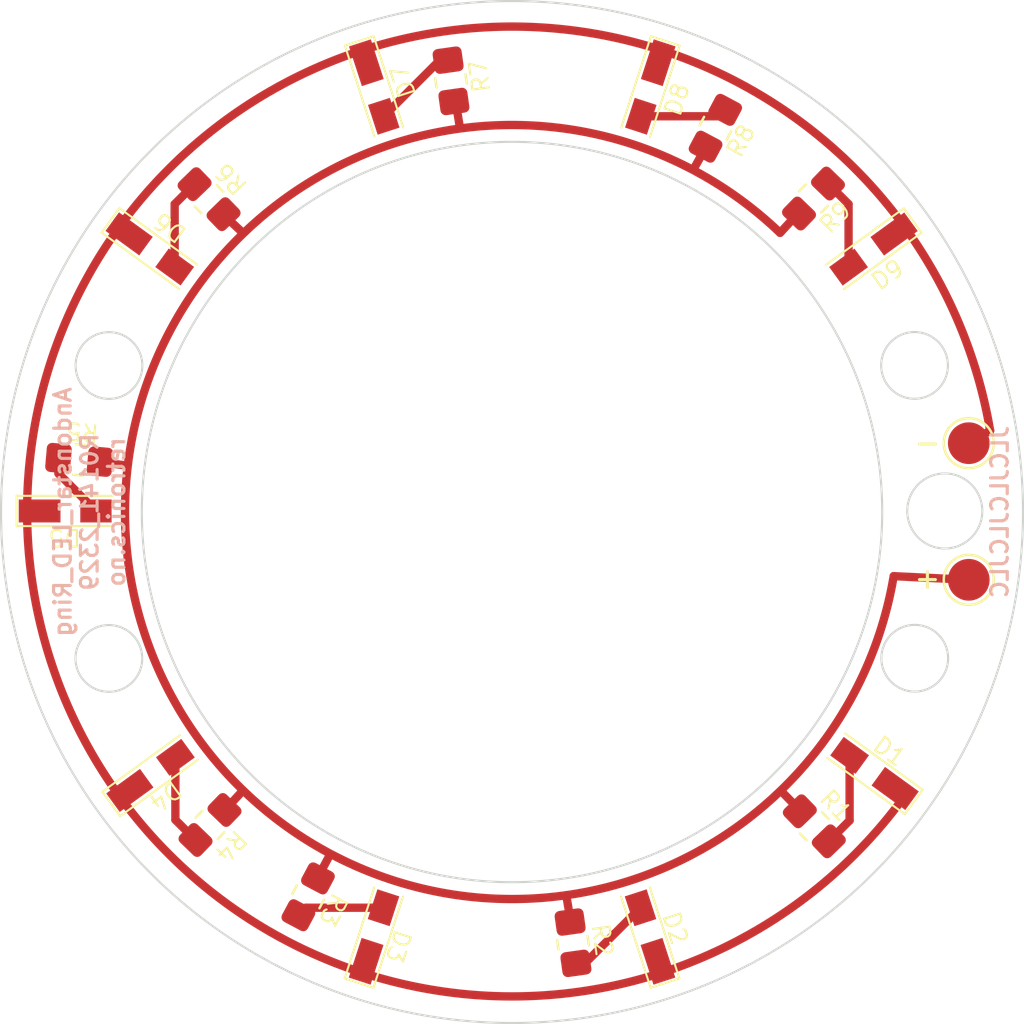
<source format=kicad_pcb>
(kicad_pcb (version 20221018) (generator pcbnew)
  (title_block (date "2023-07-15"))
  (layers (0 "F.Cu" signal) (31 "B.Cu" signal) (34 "B.Paste" user) (35 "F.Paste" user) (36 "B.SilkS" user "B.Silkscreen") (37 "F.SilkS" user "F.Silkscreen") (38 "B.Mask" user) (39 "F.Mask" user) (44 "Edge.Cuts" user))
  (net 0 "")
  (net 1 "Net-(D1-K)")
  (net 2 "Net-(D1-A)")
  (net 3 "Net-(D2-A)")
  (net 4 "Net-(D3-A)")
  (net 5 "Net-(D4-A)")
  (net 6 "Net-(D5-A)")
  (net 7 "Net-(D6-A)")
  (net 8 "Net-(D7-A)")
  (net 9 "Net-(D8-A)")
  (net 10 "Net-(D9-A)")
  (net 11 "Net-(J2-Pin_1)")
  (footprint "myDevices:GWJELMS1EMH2H6XX55165R33" (layer "F.Cu") (at 129.375 112.4 72)
    (fp_text reference "D3" (at -0.041104 1.248824 252 unlocked) (layer "F.SilkS") (effects (font (size 0.8 0.8) (thickness 0.1))))
    (fp_text value "LED" hide)
    (fp_line (start -2.3 -0.725) (end -2.3 0.725) (stroke (width 0.1)) (layer "F.SilkS"))
    (fp_line (start -2.3 -0.725) (end 2.3 -0.725) (stroke (width 0.1)) (layer "F.SilkS"))
    (fp_line (start 2.3 0.725) (end -2.3 0.725) (stroke (width 0.1)) (layer "F.SilkS"))
    (pad "1" smd rect (at -1.2 0 162) (size 1.1 2) (layers "F.Cu" "F.Paste" "F.Mask") (net 1 "Net-(D1-K)"))
    (pad "2" smd rect (at 1.5 0 162) (size 1.1 1.5) (layers "F.Cu" "F.Paste" "F.Mask") (net 4 "Net-(D3-A)"))
  )
  (footprint "myDevices:GWJELMS1EMH2H6XX55165R33" (layer "F.Cu") (at 153.4 104.55 144)
    (fp_text reference "D1" (at 0.065557 1.281143 144) (layer "F.SilkS") (effects (font (size 0.8 0.8) (thickness 0.1))))
    (fp_text value "LED" hide)
    (fp_line (start -2.3 -0.725) (end -2.3 0.725) (stroke (width 0.1)) (layer "F.SilkS"))
    (fp_line (start -2.3 -0.725) (end 2.3 -0.725) (stroke (width 0.1)) (layer "F.SilkS"))
    (fp_line (start 2.3 0.725) (end -2.3 0.725) (stroke (width 0.1)) (layer "F.SilkS"))
    (pad "1" smd rect (at -1.2 0 234) (size 1.1 2) (layers "F.Cu" "F.Paste" "F.Mask") (net 1 "Net-(D1-K)"))
    (pad "2" smd rect (at 1.5 0 234) (size 1.1 1.5) (layers "F.Cu" "F.Paste" "F.Mask") (net 2 "Net-(D1-A)"))
  )
  (footprint "myDevices:GWJELMS1EMH2H6XX55165R33" (layer "F.Cu") (at 118.64582 104.644658 36)
    (fp_text reference "D4" (at 0.013688 1.221715 216 unlocked) (layer "F.SilkS") (effects (font (size 0.8 0.8) (thickness 0.1))))
    (fp_text value "LED" hide)
    (fp_line (start -2.3 -0.725) (end -2.3 0.725) (stroke (width 0.1)) (layer "F.SilkS"))
    (fp_line (start -2.3 -0.725) (end 2.3 -0.725) (stroke (width 0.1)) (layer "F.SilkS"))
    (fp_line (start 2.3 0.725) (end -2.3 0.725) (stroke (width 0.1)) (layer "F.SilkS"))
    (pad "1" smd rect (at -1.2 0 126) (size 1.1 2) (layers "F.Cu" "F.Paste" "F.Mask") (net 1 "Net-(D1-K)"))
    (pad "2" smd rect (at 1.5 0 126) (size 1.1 1.5) (layers "F.Cu" "F.Paste" "F.Mask") (net 5 "Net-(D4-A)"))
  )
  (footprint "myDevices:GWJELMS1EMH2H6XX55165R33" (layer "F.Cu") (at 118.611475 79.368322 -36)
    (fp_text reference "D6" (at 0.200001 -1.4 144 unlocked) (layer "F.SilkS") (effects (font (size 0.8 0.8) (thickness 0.1))))
    (fp_text value "LED" hide)
    (fp_line (start -2.3 -0.725) (end -2.3 0.725) (stroke (width 0.1)) (layer "F.SilkS"))
    (fp_line (start -2.3 -0.725) (end 2.3 -0.725) (stroke (width 0.1)) (layer "F.SilkS"))
    (fp_line (start 2.3 0.725) (end -2.3 0.725) (stroke (width 0.1)) (layer "F.SilkS"))
    (pad "1" smd rect (at -1.2 0 54) (size 1.1 2) (layers "F.Cu" "F.Paste" "F.Mask") (net 1 "Net-(D1-K)"))
    (pad "2" smd rect (at 1.5 0 54) (size 1.1 1.5) (layers "F.Cu" "F.Paste" "F.Mask") (net 7 "Net-(D6-A)"))
  )
  (footprint "Resistor_SMD:R_0805_2012Metric_Pad1.20x1.40mm_HandSolder" (layer "F.Cu") (at 126.225 110.45 62)
    (fp_text reference "R3" (at 0.011524 1.352957 242 unlocked) (layer "F.SilkS") (effects (font (size 0.8 0.8) (thickness 0.1))))
    (fp_text value "4.7Ω")
    (fp_line (start -0.227064 -0.735) (end 0.227064 -0.735) (stroke (width 0.12)) (layer "F.SilkS"))
    (fp_line (start -0.227064 0.735) (end 0.227064 0.735) (stroke (width 0.12)) (layer "F.SilkS"))
    (pad "1" smd roundrect (at -1 0 62) (size 1.2 1.4) (layers "F.Cu" "F.Paste" "F.Mask") (roundrect_rratio 0.2083333333) (net 4 "Net-(D3-A)"))
    (pad "2" smd roundrect (at 1 0 62) (size 1.2 1.4) (layers "F.Cu" "F.Paste" "F.Mask") (roundrect_rratio 0.2083333333) (net 11 "Net-(J2-Pin_1)"))
  )
  (footprint "Resistor_SMD:R_0805_2012Metric_Pad1.20x1.40mm_HandSolder" (layer "F.Cu") (at 121.519658 107.00566 46)
    (fp_text reference "R4" (at -0.042665 1.431365 226 unlocked) (layer "F.SilkS") (effects (font (size 0.8 0.8) (thickness 0.1))))
    (fp_text value "4.7Ω")
    (fp_line (start -0.227064 -0.735) (end 0.227064 -0.735) (stroke (width 0.12)) (layer "F.SilkS"))
    (fp_line (start -0.227064 0.735) (end 0.227064 0.735) (stroke (width 0.12)) (layer "F.SilkS"))
    (pad "1" smd roundrect (at -1 0 46) (size 1.2 1.4) (layers "F.Cu" "F.Paste" "F.Mask") (roundrect_rratio 0.2083333333) (net 5 "Net-(D4-A)"))
    (pad "2" smd roundrect (at 1 0 46) (size 1.2 1.4) (layers "F.Cu" "F.Paste" "F.Mask") (roundrect_rratio 0.2083333333) (net 11 "Net-(J2-Pin_1)"))
  )
  (footprint "myDevices:GWJELMS1EMH2H6XX55165R33" (layer "F.Cu") (at 142.625 112.4 108)
    (fp_text reference "D2" (at 0.057155 1.280325 108) (layer "F.SilkS") (effects (font (size 0.8 0.8) (thickness 0.1))))
    (fp_text value "LED" hide)
    (fp_line (start -2.3 -0.725) (end -2.3 0.725) (stroke (width 0.1)) (layer "F.SilkS"))
    (fp_line (start -2.3 -0.725) (end 2.3 -0.725) (stroke (width 0.1)) (layer "F.SilkS"))
    (fp_line (start 2.3 0.725) (end -2.3 0.725) (stroke (width 0.1)) (layer "F.SilkS"))
    (pad "1" smd rect (at -1.2 0 198) (size 1.1 2) (layers "F.Cu" "F.Paste" "F.Mask") (net 1 "Net-(D1-K)"))
    (pad "2" smd rect (at 1.5 0 198) (size 1.1 1.5) (layers "F.Cu" "F.Paste" "F.Mask") (net 3 "Net-(D2-A)"))
  )
  (footprint "myDevices:GWJELMS1EMH2H6XX55165R33" (layer "F.Cu") (at 153.35 79.375 -144)
    (fp_text reference "D9" (at 0.2 -1.4 36) (layer "F.SilkS") (effects (font (size 0.8 0.8) (thickness 0.1))))
    (fp_text value "LED" hide)
    (fp_line (start -2.3 -0.725) (end -2.3 0.725) (stroke (width 0.1)) (layer "F.SilkS"))
    (fp_line (start -2.3 -0.725) (end 2.3 -0.725) (stroke (width 0.1)) (layer "F.SilkS"))
    (fp_line (start 2.3 0.725) (end -2.3 0.725) (stroke (width 0.1)) (layer "F.SilkS"))
    (pad "1" smd rect (at -1.2 0 306) (size 1.1 2) (layers "F.Cu" "F.Paste" "F.Mask") (net 1 "Net-(D1-K)"))
    (pad "2" smd rect (at 1.5 0 306) (size 1.1 1.5) (layers "F.Cu" "F.Paste" "F.Mask") (net 10 "Net-(D9-A)"))
  )
  (footprint "Resistor_SMD:R_0805_2012Metric_Pad1.20x1.40mm_HandSolder" (layer "F.Cu") (at 115.25 89.5 -5)
    (fp_text reference "R5" (at 0.0256 -1.357396 175 unlocked) (layer "F.SilkS") (effects (font (size 0.8 0.8) (thickness 0.1))))
    (fp_text value "4.7Ω")
    (fp_line (start -0.227064 -0.735) (end 0.227064 -0.735) (stroke (width 0.12)) (layer "F.SilkS"))
    (fp_line (start -0.227064 0.735) (end 0.227064 0.735) (stroke (width 0.12)) (layer "F.SilkS"))
    (pad "1" smd roundrect (at -1 0 355) (size 1.2 1.4) (layers "F.Cu" "F.Paste" "F.Mask") (roundrect_rratio 0.2083333333) (net 6 "Net-(D5-A)"))
    (pad "2" smd roundrect (at 1 0 355) (size 1.2 1.4) (layers "F.Cu" "F.Paste" "F.Mask") (roundrect_rratio 0.2083333333) (net 11 "Net-(J2-Pin_1)"))
  )
  (footprint "TestPoint:TestPoint_Pad_D2.0mm" (layer "F.Cu") (at 157.9 95.25)
    (fp_text reference "J2" hide)
    (fp_text value "LED+")
    (fp_circle (center 0 0) (end 0 1.2) (stroke (width 0.12)) (fill none) (layer "F.SilkS"))
    (pad "1" smd circle (at 0 0) (size 2 2) (layers "F.Cu" "F.Mask") (net 11 "Net-(J2-Pin_1)"))
  )
  (footprint "TestPoint:TestPoint_Pad_D2.0mm" (layer "F.Cu") (at 157.9 88.7)
    (fp_text reference "J1" hide)
    (fp_text value "GND")
    (fp_circle (center 0 0) (end 0 1.2) (stroke (width 0.12)) (fill none) (layer "F.SilkS"))
    (pad "1" smd circle (at 0 0) (size 2 2) (layers "F.Cu" "F.Mask") (net 1 "Net-(D1-K)"))
  )
  (footprint "Resistor_SMD:R_0805_2012Metric_Pad1.20x1.40mm_HandSolder" (layer "F.Cu") (at 138.925 112.65 98)
    (fp_text reference "R2" (at -0.071059 1.403772 98) (layer "F.SilkS") (effects (font (size 0.8 0.8) (thickness 0.1))))
    (fp_text value "4.7Ω")
    (fp_line (start -0.227064 -0.735) (end 0.227064 -0.735) (stroke (width 0.12)) (layer "F.SilkS"))
    (fp_line (start -0.227064 0.735) (end 0.227064 0.735) (stroke (width 0.12)) (layer "F.SilkS"))
    (pad "1" smd roundrect (at -1 0 98) (size 1.2 1.4) (layers "F.Cu" "F.Paste" "F.Mask") (roundrect_rratio 0.2083333333) (net 3 "Net-(D2-A)"))
    (pad "2" smd roundrect (at 1 0 98) (size 1.2 1.4) (layers "F.Cu" "F.Paste" "F.Mask") (roundrect_rratio 0.2083333333) (net 11 "Net-(J2-Pin_1)"))
  )
  (footprint "myDevices:GWJELMS1EMH2H6XX55165R33" (layer "F.Cu") (at 142.638525 71.598415 -108)
    (fp_text reference "D8" (at 0.2 -1.4 72) (layer "F.SilkS") (effects (font (size 0.8 0.8) (thickness 0.1))))
    (fp_text value "LED" hide)
    (fp_line (start -2.3 -0.725) (end -2.3 0.725) (stroke (width 0.1)) (layer "F.SilkS"))
    (fp_line (start -2.3 -0.725) (end 2.3 -0.725) (stroke (width 0.1)) (layer "F.SilkS"))
    (fp_line (start 2.3 0.725) (end -2.3 0.725) (stroke (width 0.1)) (layer "F.SilkS"))
    (pad "1" smd rect (at -1.2 0 342) (size 1.1 2) (layers "F.Cu" "F.Paste" "F.Mask") (net 1 "Net-(D1-K)"))
    (pad "2" smd rect (at 1.5 0 342) (size 1.1 1.5) (layers "F.Cu" "F.Paste" "F.Mask") (net 9 "Net-(D8-A)"))
  )
  (footprint "Resistor_SMD:R_0805_2012Metric_Pad1.20x1.40mm_HandSolder" (layer "F.Cu") (at 133.075 71.325 -82)
    (fp_text reference "R7" (at -0.031447 -1.392933 98 unlocked) (layer "F.SilkS") (effects (font (size 0.8 0.8) (thickness 0.1))))
    (fp_text value "4.7Ω")
    (fp_line (start -0.227064 -0.735) (end 0.227064 -0.735) (stroke (width 0.12)) (layer "F.SilkS"))
    (fp_line (start -0.227064 0.735) (end 0.227064 0.735) (stroke (width 0.12)) (layer "F.SilkS"))
    (pad "1" smd roundrect (at -1 0 278) (size 1.2 1.4) (layers "F.Cu" "F.Paste" "F.Mask") (roundrect_rratio 0.2083333333) (net 8 "Net-(D7-A)"))
    (pad "2" smd roundrect (at 1 0 278) (size 1.2 1.4) (layers "F.Cu" "F.Paste" "F.Mask") (roundrect_rratio 0.2083333333) (net 11 "Net-(J2-Pin_1)"))
  )
  (footprint "Resistor_SMD:R_0805_2012Metric_Pad1.20x1.40mm_HandSolder" (layer "F.Cu") (at 150.494658 107.06934 134)
    (fp_text reference "R1" (at -0.000467 1.431893 134) (layer "F.SilkS") (effects (font (size 0.8 0.8) (thickness 0.1))))
    (fp_text value "4.7Ω")
    (fp_line (start -0.227064 -0.735) (end 0.227064 -0.735) (stroke (width 0.12)) (layer "F.SilkS"))
    (fp_line (start -0.227064 0.735) (end 0.227064 0.735) (stroke (width 0.12)) (layer "F.SilkS"))
    (pad "1" smd roundrect (at -1 0 134) (size 1.2 1.4) (layers "F.Cu" "F.Paste" "F.Mask") (roundrect_rratio 0.2083333333) (net 2 "Net-(D1-A)"))
    (pad "2" smd roundrect (at 1 0 134) (size 1.2 1.4) (layers "F.Cu" "F.Paste" "F.Mask") (roundrect_rratio 0.2083333333) (net 11 "Net-(J2-Pin_1)"))
  )
  (footprint "Resistor_SMD:R_0805_2012Metric_Pad1.20x1.40mm_HandSolder" (layer "F.Cu") (at 145.75 73.6 -118)
    (fp_text reference "R8" (at -0.045334 -1.363294 62) (layer "F.SilkS") (effects (font (size 0.8 0.8) (thickness 0.1))))
    (fp_text value "4.7Ω")
    (fp_line (start -0.227064 -0.735) (end 0.227064 -0.735) (stroke (width 0.12)) (layer "F.SilkS"))
    (fp_line (start -0.227064 0.735) (end 0.227064 0.735) (stroke (width 0.12)) (layer "F.SilkS"))
    (pad "1" smd roundrect (at -1 0 242) (size 1.2 1.4) (layers "F.Cu" "F.Paste" "F.Mask") (roundrect_rratio 0.2083333333) (net 9 "Net-(D8-A)"))
    (pad "2" smd roundrect (at 1 0 242) (size 1.2 1.4) (layers "F.Cu" "F.Paste" "F.Mask") (roundrect_rratio 0.2083333333) (net 11 "Net-(J2-Pin_1)"))
  )
  (footprint "myDevices:GWJELMS1EMH2H6XX55165R33" (layer "F.Cu") (at 114.55 91.95)
    (fp_text reference "D5" (at 0 1.275 180 unlocked) (layer "F.SilkS") (effects (font (size 0.8 0.8) (thickness 0.1))))
    (fp_text value "LED" hide)
    (fp_line (start -2.3 -0.725) (end -2.3 0.725) (stroke (width 0.1)) (layer "F.SilkS"))
    (fp_line (start -2.3 -0.725) (end 2.3 -0.725) (stroke (width 0.1)) (layer "F.SilkS"))
    (fp_line (start 2.3 0.725) (end -2.3 0.725) (stroke (width 0.1)) (layer "F.SilkS"))
    (pad "1" smd rect (at -1.2 0 90) (size 1.1 2) (layers "F.Cu" "F.Paste" "F.Mask") (net 1 "Net-(D1-K)"))
    (pad "2" smd rect (at 1.5 0 90) (size 1.1 1.5) (layers "F.Cu" "F.Paste" "F.Mask") (net 6 "Net-(D5-A)"))
  )
  (footprint "myDevices:GWJELMS1EMH2H6XX55165R33" (layer "F.Cu") (at 129.386475 71.598415 -72)
    (fp_text reference "D7" (at 0.2 -1.4 108 unlocked) (layer "F.SilkS") (effects (font (size 0.8 0.8) (thickness 0.1))))
    (fp_text value "LED" hide)
    (fp_line (start -2.3 -0.725) (end -2.3 0.725) (stroke (width 0.1)) (layer "F.SilkS"))
    (fp_line (start -2.3 -0.725) (end 2.3 -0.725) (stroke (width 0.1)) (layer "F.SilkS"))
    (fp_line (start 2.3 0.725) (end -2.3 0.725) (stroke (width 0.1)) (layer "F.SilkS"))
    (pad "1" smd rect (at -1.2 0 18) (size 1.1 2) (layers "F.Cu" "F.Paste" "F.Mask") (net 1 "Net-(D1-K)"))
    (pad "2" smd rect (at 1.5 0 18) (size 1.1 1.5) (layers "F.Cu" "F.Paste" "F.Mask") (net 8 "Net-(D7-A)"))
  )
  (footprint "Resistor_SMD:R_0805_2012Metric_Pad1.20x1.40mm_HandSolder" (layer "F.Cu") (at 121.475 77 -46)
    (fp_text reference "R6" (at 0.028035 -1.432599 134 unlocked) (layer "F.SilkS") (effects (font (size 0.8 0.8) (thickness 0.1))))
    (fp_text value "4.7Ω")
    (fp_line (start -0.227064 -0.735) (end 0.227064 -0.735) (stroke (width 0.12)) (layer "F.SilkS"))
    (fp_line (start -0.227064 0.735) (end 0.227064 0.735) (stroke (width 0.12)) (layer "F.SilkS"))
    (pad "1" smd roundrect (at -1 0 314) (size 1.2 1.4) (layers "F.Cu" "F.Paste" "F.Mask") (roundrect_rratio 0.2083333333) (net 7 "Net-(D6-A)"))
    (pad "2" smd roundrect (at 1 0 314) (size 1.2 1.4) (layers "F.Cu" "F.Paste" "F.Mask") (roundrect_rratio 0.2083333333) (net 11 "Net-(J2-Pin_1)"))
  )
  (footprint "Resistor_SMD:R_0805_2012Metric_Pad1.20x1.40mm_HandSolder" (layer "F.Cu") (at 150.455342 76.96934 -134)
    (fp_text reference "R9" (at -0.074203 -1.380588 46) (layer "F.SilkS") (effects (font (size 0.8 0.8) (thickness 0.1))))
    (fp_text value "4.7Ω")
    (fp_line (start -0.227064 -0.735) (end 0.227064 -0.735) (stroke (width 0.12)) (layer "F.SilkS"))
    (fp_line (start -0.227064 0.735) (end 0.227064 0.735) (stroke (width 0.12)) (layer "F.SilkS"))
    (pad "1" smd roundrect (at -1 0 226) (size 1.2 1.4) (layers "F.Cu" "F.Paste" "F.Mask") (roundrect_rratio 0.2083333333) (net 10 "Net-(D9-A)"))
    (pad "2" smd roundrect (at 1 0 226) (size 1.2 1.4) (layers "F.Cu" "F.Paste" "F.Mask") (roundrect_rratio 0.2083333333) (net 11 "Net-(J2-Pin_1)"))
  )
  (gr_line (start 123.1 105.35) (end 122.3 106.225) (stroke (width 0.4)) (layer "F.Cu"))
  (gr_line (start 149.85 106.35) (end 148.925 105.4) (stroke (width 0.4)) (layer "F.Cu"))
  (gr_line (start 123.075 78.6) (end 122.175 77.75) (stroke (width 0.4)) (layer "F.Cu"))
  (gr_line (start 117.55 89.775) (end 116.225 89.6) (stroke (width 0.4)) (layer "F.Cu"))
  (gr_line (start 127.275 108.425) (end 126.7 109.5) (stroke (width 0.4)) (layer "F.Cu"))
  (gr_line (start 157.9 88.7) (end 158.925 88.1) (stroke (width 0.4)) (layer "F.Cu"))
  (gr_line (start 138.8 111.55) (end 138.6 110.375) (stroke (width 0.4)) (layer "F.Cu"))
  (gr_line (start 148.852113 78.614604) (end 149.725 77.675) (stroke (width 0.4)) (layer "F.Cu"))
  (gr_line (start 133.5 73.575) (end 133.3 72.325) (stroke (width 0.4)) (layer "F.Cu"))
  (gr_arc (start 154.3 95.075) (mid 118.383255 97.830601) (end 148.852113 78.614604) (stroke (width 0.4)) (layer "F.Cu"))
  (gr_line (start 154.3 95.075) (end 157.9 95.25) (stroke (width 0.4)) (layer "F.Cu"))
  (gr_arc (start 154.851102 105.584085) (mid 113.356372 86.698897) (end 158.925 88.1) (stroke (width 0.4)) (layer "F.Cu"))
  (gr_line (start 144.7 75.575) (end 145.3 74.5) (stroke (width 0.4)) (layer "F.Cu"))
  (gr_circle (center 116.67 99.02) (end 118.27 99.02) (stroke (width 0.1)) (fill none) (layer "Edge.Cuts"))
  (gr_circle (center 136 92) (end 160.5 92) (stroke (width 0.1)) (fill none) (layer "Edge.Cuts"))
  (gr_circle (center 136 92) (end 153.75 92) (stroke (width 0.1)) (fill none) (layer "Edge.Cuts"))
  (gr_circle (center 156.75 91.95) (end 158.55 91.95) (stroke (width 0.1)) (fill none) (layer "Edge.Cuts"))
  (gr_circle (center 155.309583 99.01) (end 156.909583 99.01) (stroke (width 0.1)) (fill none) (layer "Edge.Cuts"))
  (gr_circle (center 116.675 84.975417) (end 118.275 84.975417) (stroke (width 0.1)) (fill none) (layer "Edge.Cuts"))
  (gr_circle (center 155.3 84.970348) (end 156.9 84.970348) (stroke (width 0.1)) (fill none) (layer "Edge.Cuts"))
  (gr_text "Andonstar_LED_Ring\nR0141_2329\nretronics.no\n" (at 117.5 92 90) (layer "B.SilkS") (effects (font (size 0.8 0.8) (thickness 0.15) bold) (justify bottom mirror)))
  (gr_text "JLCJLCJLCJLC" (at 159.85 92 90) (layer "B.SilkS") (effects (font (size 0.8 0.8)) (justify bottom mirror)))
  (gr_text "-" (at 155.2 89.25) (layer "F.SilkS") (effects (font (size 1 1)) (justify left bottom)))
  (gr_text "+" (at 155.2 95.75) (layer "F.SilkS") (effects (font (size 1 1)) (justify left bottom)))
  (segment (start 151.189316 107.78868) (end 152.186475 106.791521) (width 0.4) (layer "F.Cu") (net 2))
  (segment (start 152.186475 106.791521) (end 152.186475 103.668322) (width 0.4) (layer "F.Cu") (net 2))
  (segment (start 139.494622 113.640268) (end 142.161475 110.973415) (width 0.4) (layer "F.Cu") (net 3))
  (segment (start 139.064173 113.640268) (end 139.494622 113.640268) (width 0.4) (layer "F.Cu") (net 3))
  (segment (start 126.115061 110.973415) (end 129.838525 110.973415) (width 0.4) (layer "F.Cu") (net 4))
  (segment (start 125.755528 111.332948) (end 126.115061 110.973415) (width 0.4) (layer "F.Cu") (net 4))
  (segment (start 119.859345 106.759345) (end 119.859345 103.76298) (width 0.4) (layer "F.Cu") (net 5))
  (segment (start 120.825 107.725) (end 119.859345 106.759345) (width 0.4) (layer "F.Cu") (net 5))
  (segment (start 114.253805 90.153805) (end 116.05 91.95) (width 0.4) (layer "F.Cu") (net 6))
  (segment (start 114.253805 89.412844) (end 114.253805 90.153805) (width 0.4) (layer "F.Cu") (net 6))
  (segment (start 119.825 77.236002) (end 120.780342 76.28066) (width 0.4) (layer "F.Cu") (net 7))
  (segment (start 119.825 80.25) (end 119.825 77.236002) (width 0.4) (layer "F.Cu") (net 7))
  (segment (start 129.85 73.025) (end 132.540268 70.334732) (width 0.4) (layer "F.Cu") (net 8))
  (segment (start 132.540268 70.334732) (end 132.935827 70.334732) (width 0.4) (layer "F.Cu") (net 8))
  (segment (start 145.911524 73.025) (end 142.175 73.025) (width 0.4) (layer "F.Cu") (net 9))
  (segment (start 146.219472 72.717052) (end 145.911524 73.025) (width 0.4) (layer "F.Cu") (net 9))
  (segment (start 152.136475 77.236475) (end 151.15 76.25) (width 0.4) (layer "F.Cu") (net 10))
  (segment (start 152.136475 80.256678) (end 152.136475 77.236475) (width 0.4) (layer "F.Cu") (net 10))
)
</source>
